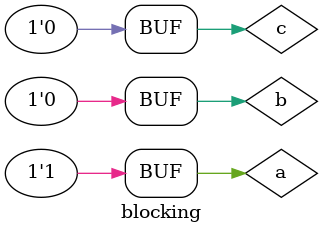
<source format=v>
module blocking;
  reg a,b,c;
  
  initial begin
    a=0;b=1;c=0;

    a=c;
    #5;a=b;b=c;
    #10;c=b;
  end
  initial begin
     $monitor("$time=%0t,a=%b,b=%b,c=%b",$time,a,b,c);
  end

endmodule

</source>
